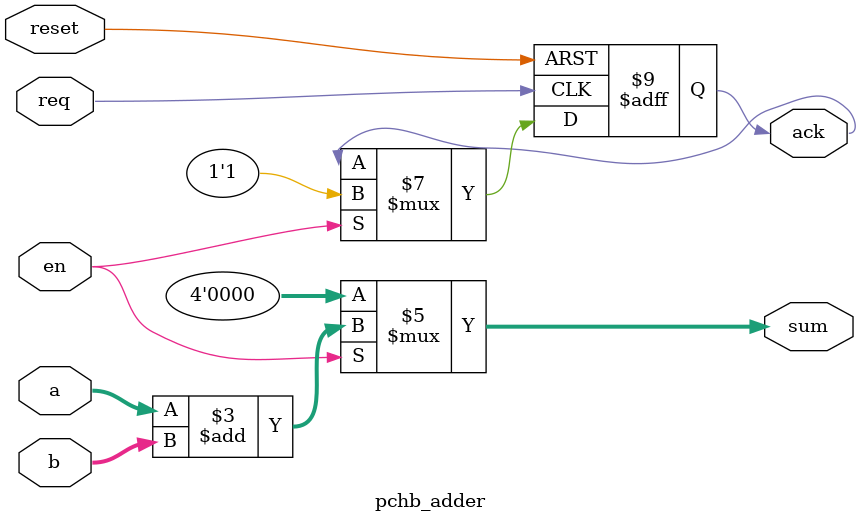
<source format=v>
module pchb_adder (
    input req,
    output ack,
    input [3:0] a,
    input [3:0] b,
    output [3:0] sum,
    input en,
    input reset
);
    // Handshake controller
    always @(posedge req or posedge reset) begin
        if (reset) ack <= 0;
        else if (en) ack <= 1;
    end

    // Data path
    always @(*) begin
        if (en) sum = a + b;
        else sum = 4'b0000;
    end
endmodule
</source>
